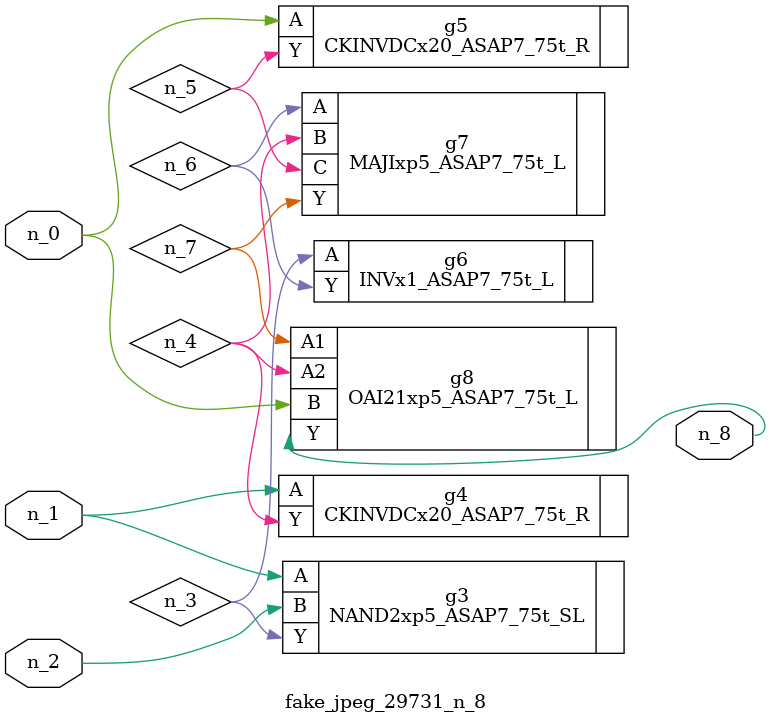
<source format=v>
module fake_jpeg_29731_n_8 (n_0, n_2, n_1, n_8);

input n_0;
input n_2;
input n_1;

output n_8;

wire n_3;
wire n_4;
wire n_6;
wire n_5;
wire n_7;

NAND2xp5_ASAP7_75t_SL g3 ( 
.A(n_1),
.B(n_2),
.Y(n_3)
);

CKINVDCx20_ASAP7_75t_R g4 ( 
.A(n_1),
.Y(n_4)
);

CKINVDCx20_ASAP7_75t_R g5 ( 
.A(n_0),
.Y(n_5)
);

INVx1_ASAP7_75t_L g6 ( 
.A(n_3),
.Y(n_6)
);

MAJIxp5_ASAP7_75t_L g7 ( 
.A(n_6),
.B(n_4),
.C(n_5),
.Y(n_7)
);

OAI21xp5_ASAP7_75t_L g8 ( 
.A1(n_7),
.A2(n_4),
.B(n_0),
.Y(n_8)
);


endmodule
</source>
